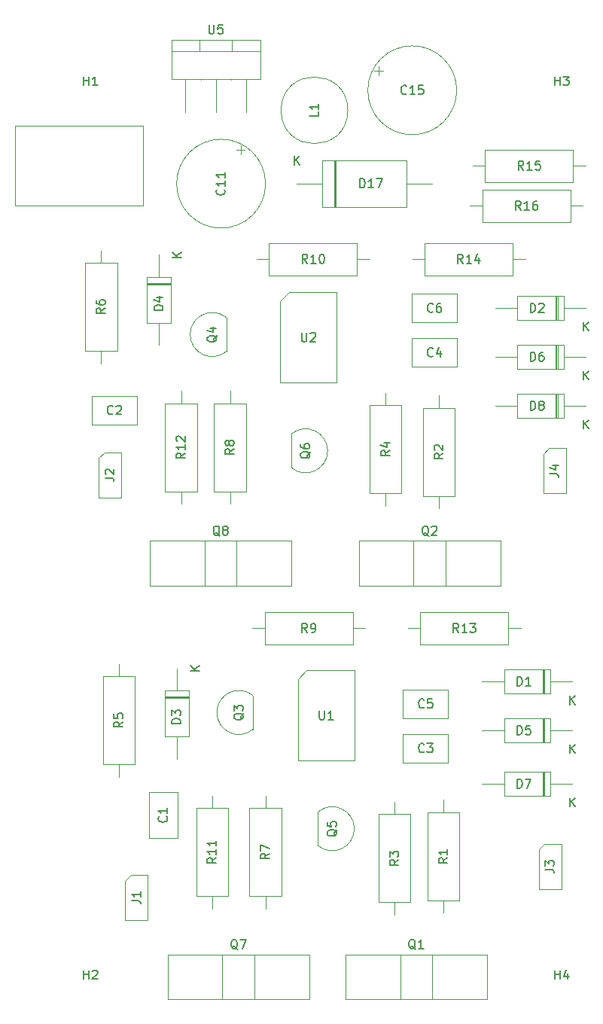
<source format=gbr>
%TF.GenerationSoftware,KiCad,Pcbnew,5.1.7-a382d34a8~88~ubuntu20.04.1*%
%TF.CreationDate,2021-03-10T12:52:40+00:00*%
%TF.ProjectId,spike_n_hold,7370696b-655f-46e5-9f68-6f6c642e6b69,rev?*%
%TF.SameCoordinates,Original*%
%TF.FileFunction,Other,Fab,Top*%
%FSLAX46Y46*%
G04 Gerber Fmt 4.6, Leading zero omitted, Abs format (unit mm)*
G04 Created by KiCad (PCBNEW 5.1.7-a382d34a8~88~ubuntu20.04.1) date 2021-03-10 12:52:40*
%MOMM*%
%LPD*%
G01*
G04 APERTURE LIST*
%ADD10C,0.100000*%
%ADD11C,0.150000*%
G04 APERTURE END LIST*
D10*
%TO.C,D4*%
X118350000Y-60160000D02*
X115650000Y-60160000D01*
X118350000Y-60360000D02*
X115650000Y-60360000D01*
X118350000Y-60260000D02*
X115650000Y-60260000D01*
X117000000Y-67160000D02*
X117000000Y-64680000D01*
X117000000Y-57000000D02*
X117000000Y-59480000D01*
X118350000Y-64680000D02*
X118350000Y-59480000D01*
X115650000Y-64680000D02*
X118350000Y-64680000D01*
X115650000Y-59480000D02*
X115650000Y-64680000D01*
X118350000Y-59480000D02*
X115650000Y-59480000D01*
%TO.C,C1*%
X119100000Y-122550000D02*
X119100000Y-117450000D01*
X115900000Y-122550000D02*
X119100000Y-122550000D01*
X115900000Y-117450000D02*
X115900000Y-122550000D01*
X119100000Y-117450000D02*
X115900000Y-117450000D01*
%TO.C,C2*%
X114550000Y-72900000D02*
X109450000Y-72900000D01*
X114550000Y-76100000D02*
X114550000Y-72900000D01*
X109450000Y-76100000D02*
X114550000Y-76100000D01*
X109450000Y-72900000D02*
X109450000Y-76100000D01*
%TO.C,C3*%
X149550000Y-114100000D02*
X149550000Y-110900000D01*
X149550000Y-110900000D02*
X144450000Y-110900000D01*
X144450000Y-110900000D02*
X144450000Y-114100000D01*
X144450000Y-114100000D02*
X149550000Y-114100000D01*
%TO.C,C4*%
X150550000Y-69600000D02*
X150550000Y-66400000D01*
X150550000Y-66400000D02*
X145450000Y-66400000D01*
X145450000Y-66400000D02*
X145450000Y-69600000D01*
X145450000Y-69600000D02*
X150550000Y-69600000D01*
%TO.C,C5*%
X149550000Y-105900000D02*
X144450000Y-105900000D01*
X149550000Y-109100000D02*
X149550000Y-105900000D01*
X144450000Y-109100000D02*
X149550000Y-109100000D01*
X144450000Y-105900000D02*
X144450000Y-109100000D01*
%TO.C,C6*%
X145450000Y-61400000D02*
X145450000Y-64600000D01*
X145450000Y-64600000D02*
X150550000Y-64600000D01*
X150550000Y-64600000D02*
X150550000Y-61400000D01*
X150550000Y-61400000D02*
X145450000Y-61400000D01*
%TO.C,C11*%
X129000000Y-49000000D02*
G75*
G03*
X129000000Y-49000000I-5000000J0D01*
G01*
X126187500Y-44711139D02*
X126187500Y-45711139D01*
X126687500Y-45211139D02*
X125687500Y-45211139D01*
%TO.C,C15*%
X141711139Y-35812500D02*
X141711139Y-36812500D01*
X141211139Y-36312500D02*
X142211139Y-36312500D01*
X150500000Y-38500000D02*
G75*
G03*
X150500000Y-38500000I-5000000J0D01*
G01*
%TO.C,D1*%
X161020000Y-106350000D02*
X161020000Y-103650000D01*
X161020000Y-103650000D02*
X155820000Y-103650000D01*
X155820000Y-103650000D02*
X155820000Y-106350000D01*
X155820000Y-106350000D02*
X161020000Y-106350000D01*
X163500000Y-105000000D02*
X161020000Y-105000000D01*
X153340000Y-105000000D02*
X155820000Y-105000000D01*
X160240000Y-106350000D02*
X160240000Y-103650000D01*
X160140000Y-106350000D02*
X160140000Y-103650000D01*
X160340000Y-106350000D02*
X160340000Y-103650000D01*
%TO.C,D2*%
X161840000Y-64350000D02*
X161840000Y-61650000D01*
X161640000Y-64350000D02*
X161640000Y-61650000D01*
X161740000Y-64350000D02*
X161740000Y-61650000D01*
X154840000Y-63000000D02*
X157320000Y-63000000D01*
X165000000Y-63000000D02*
X162520000Y-63000000D01*
X157320000Y-64350000D02*
X162520000Y-64350000D01*
X157320000Y-61650000D02*
X157320000Y-64350000D01*
X162520000Y-61650000D02*
X157320000Y-61650000D01*
X162520000Y-64350000D02*
X162520000Y-61650000D01*
%TO.C,D3*%
X120350000Y-105980000D02*
X117650000Y-105980000D01*
X117650000Y-105980000D02*
X117650000Y-111180000D01*
X117650000Y-111180000D02*
X120350000Y-111180000D01*
X120350000Y-111180000D02*
X120350000Y-105980000D01*
X119000000Y-103500000D02*
X119000000Y-105980000D01*
X119000000Y-113660000D02*
X119000000Y-111180000D01*
X120350000Y-106760000D02*
X117650000Y-106760000D01*
X120350000Y-106860000D02*
X117650000Y-106860000D01*
X120350000Y-106660000D02*
X117650000Y-106660000D01*
%TO.C,D5*%
X161020000Y-111850000D02*
X161020000Y-109150000D01*
X161020000Y-109150000D02*
X155820000Y-109150000D01*
X155820000Y-109150000D02*
X155820000Y-111850000D01*
X155820000Y-111850000D02*
X161020000Y-111850000D01*
X163500000Y-110500000D02*
X161020000Y-110500000D01*
X153340000Y-110500000D02*
X155820000Y-110500000D01*
X160240000Y-111850000D02*
X160240000Y-109150000D01*
X160140000Y-111850000D02*
X160140000Y-109150000D01*
X160340000Y-111850000D02*
X160340000Y-109150000D01*
%TO.C,D6*%
X162520000Y-69850000D02*
X162520000Y-67150000D01*
X162520000Y-67150000D02*
X157320000Y-67150000D01*
X157320000Y-67150000D02*
X157320000Y-69850000D01*
X157320000Y-69850000D02*
X162520000Y-69850000D01*
X165000000Y-68500000D02*
X162520000Y-68500000D01*
X154840000Y-68500000D02*
X157320000Y-68500000D01*
X161740000Y-69850000D02*
X161740000Y-67150000D01*
X161640000Y-69850000D02*
X161640000Y-67150000D01*
X161840000Y-69850000D02*
X161840000Y-67150000D01*
%TO.C,D7*%
X160340000Y-117850000D02*
X160340000Y-115150000D01*
X160140000Y-117850000D02*
X160140000Y-115150000D01*
X160240000Y-117850000D02*
X160240000Y-115150000D01*
X153340000Y-116500000D02*
X155820000Y-116500000D01*
X163500000Y-116500000D02*
X161020000Y-116500000D01*
X155820000Y-117850000D02*
X161020000Y-117850000D01*
X155820000Y-115150000D02*
X155820000Y-117850000D01*
X161020000Y-115150000D02*
X155820000Y-115150000D01*
X161020000Y-117850000D02*
X161020000Y-115150000D01*
%TO.C,D8*%
X162520000Y-75350000D02*
X162520000Y-72650000D01*
X162520000Y-72650000D02*
X157320000Y-72650000D01*
X157320000Y-72650000D02*
X157320000Y-75350000D01*
X157320000Y-75350000D02*
X162520000Y-75350000D01*
X165000000Y-74000000D02*
X162520000Y-74000000D01*
X154840000Y-74000000D02*
X157320000Y-74000000D01*
X161740000Y-75350000D02*
X161740000Y-72650000D01*
X161640000Y-75350000D02*
X161640000Y-72650000D01*
X161840000Y-75350000D02*
X161840000Y-72650000D01*
%TO.C,D17*%
X136695000Y-46400000D02*
X136695000Y-51600000D01*
X136895000Y-46400000D02*
X136895000Y-51600000D01*
X136795000Y-46400000D02*
X136795000Y-51600000D01*
X147740000Y-49000000D02*
X144870000Y-49000000D01*
X132500000Y-49000000D02*
X135370000Y-49000000D01*
X144870000Y-46400000D02*
X135370000Y-46400000D01*
X144870000Y-51600000D02*
X144870000Y-46400000D01*
X135370000Y-51600000D02*
X144870000Y-51600000D01*
X135370000Y-46400000D02*
X135370000Y-51600000D01*
%TO.C,J1*%
X113230000Y-127365000D02*
X113865000Y-126730000D01*
X113230000Y-131810000D02*
X113230000Y-127365000D01*
X115770000Y-131810000D02*
X113230000Y-131810000D01*
X115770000Y-126730000D02*
X115770000Y-131810000D01*
X113865000Y-126730000D02*
X115770000Y-126730000D01*
%TO.C,J2*%
X110230000Y-79865000D02*
X110865000Y-79230000D01*
X110230000Y-84310000D02*
X110230000Y-79865000D01*
X112770000Y-84310000D02*
X110230000Y-84310000D01*
X112770000Y-79230000D02*
X112770000Y-84310000D01*
X110865000Y-79230000D02*
X112770000Y-79230000D01*
%TO.C,J3*%
X159730000Y-123865000D02*
X160365000Y-123230000D01*
X159730000Y-128310000D02*
X159730000Y-123865000D01*
X162270000Y-128310000D02*
X159730000Y-128310000D01*
X162270000Y-123230000D02*
X162270000Y-128310000D01*
X160365000Y-123230000D02*
X162270000Y-123230000D01*
%TO.C,J4*%
X160865000Y-78730000D02*
X162770000Y-78730000D01*
X162770000Y-78730000D02*
X162770000Y-83810000D01*
X162770000Y-83810000D02*
X160230000Y-83810000D01*
X160230000Y-83810000D02*
X160230000Y-79365000D01*
X160230000Y-79365000D02*
X160865000Y-78730000D01*
%TO.C,J9*%
X115200000Y-51500000D02*
X115200000Y-42500000D01*
X115200000Y-51500000D02*
X100800000Y-51500000D01*
X115200000Y-42500000D02*
X100800000Y-42500000D01*
X100800000Y-51500000D02*
X100800000Y-42500000D01*
%TO.C,L1*%
X138250000Y-40750000D02*
G75*
G03*
X138250000Y-40750000I-3750000J0D01*
G01*
%TO.C,Q1*%
X138000000Y-135670000D02*
X138000000Y-140700000D01*
X138000000Y-140700000D02*
X153900000Y-140700000D01*
X153900000Y-140700000D02*
X153900000Y-135670000D01*
X153900000Y-135670000D02*
X138000000Y-135670000D01*
X144145000Y-135670000D02*
X144145000Y-140700000D01*
X147755000Y-135670000D02*
X147755000Y-140700000D01*
%TO.C,Q2*%
X149255000Y-89170000D02*
X149255000Y-94200000D01*
X145645000Y-89170000D02*
X145645000Y-94200000D01*
X155400000Y-89170000D02*
X139500000Y-89170000D01*
X155400000Y-94200000D02*
X155400000Y-89170000D01*
X139500000Y-94200000D02*
X155400000Y-94200000D01*
X139500000Y-89170000D02*
X139500000Y-94200000D01*
%TO.C,Q7*%
X118000000Y-135670000D02*
X118000000Y-140700000D01*
X118000000Y-140700000D02*
X133900000Y-140700000D01*
X133900000Y-140700000D02*
X133900000Y-135670000D01*
X133900000Y-135670000D02*
X118000000Y-135670000D01*
X124145000Y-135670000D02*
X124145000Y-140700000D01*
X127755000Y-135670000D02*
X127755000Y-140700000D01*
%TO.C,Q8*%
X116000000Y-89170000D02*
X116000000Y-94200000D01*
X116000000Y-94200000D02*
X131900000Y-94200000D01*
X131900000Y-94200000D02*
X131900000Y-89170000D01*
X131900000Y-89170000D02*
X116000000Y-89170000D01*
X122145000Y-89170000D02*
X122145000Y-94200000D01*
X125755000Y-89170000D02*
X125755000Y-94200000D01*
%TO.C,R1*%
X149000000Y-118300000D02*
X149000000Y-119700000D01*
X149000000Y-131000000D02*
X149000000Y-129600000D01*
X147200000Y-119700000D02*
X147200000Y-129600000D01*
X150800000Y-119700000D02*
X147200000Y-119700000D01*
X150800000Y-129600000D02*
X150800000Y-119700000D01*
X147200000Y-129600000D02*
X150800000Y-129600000D01*
%TO.C,R2*%
X146700000Y-84100000D02*
X150300000Y-84100000D01*
X150300000Y-84100000D02*
X150300000Y-74200000D01*
X150300000Y-74200000D02*
X146700000Y-74200000D01*
X146700000Y-74200000D02*
X146700000Y-84100000D01*
X148500000Y-85500000D02*
X148500000Y-84100000D01*
X148500000Y-72800000D02*
X148500000Y-74200000D01*
%TO.C,R3*%
X145300000Y-119900000D02*
X141700000Y-119900000D01*
X141700000Y-119900000D02*
X141700000Y-129800000D01*
X141700000Y-129800000D02*
X145300000Y-129800000D01*
X145300000Y-129800000D02*
X145300000Y-119900000D01*
X143500000Y-118500000D02*
X143500000Y-119900000D01*
X143500000Y-131200000D02*
X143500000Y-129800000D01*
%TO.C,R4*%
X142500000Y-85200000D02*
X142500000Y-83800000D01*
X142500000Y-72500000D02*
X142500000Y-73900000D01*
X144300000Y-83800000D02*
X144300000Y-73900000D01*
X140700000Y-83800000D02*
X144300000Y-83800000D01*
X140700000Y-73900000D02*
X140700000Y-83800000D01*
X144300000Y-73900000D02*
X140700000Y-73900000D01*
%TO.C,R5*%
X114300000Y-104400000D02*
X110700000Y-104400000D01*
X110700000Y-104400000D02*
X110700000Y-114300000D01*
X110700000Y-114300000D02*
X114300000Y-114300000D01*
X114300000Y-114300000D02*
X114300000Y-104400000D01*
X112500000Y-103000000D02*
X112500000Y-104400000D01*
X112500000Y-115700000D02*
X112500000Y-114300000D01*
%TO.C,R6*%
X110500000Y-69200000D02*
X110500000Y-67800000D01*
X110500000Y-56500000D02*
X110500000Y-57900000D01*
X112300000Y-67800000D02*
X112300000Y-57900000D01*
X108700000Y-67800000D02*
X112300000Y-67800000D01*
X108700000Y-57900000D02*
X108700000Y-67800000D01*
X112300000Y-57900000D02*
X108700000Y-57900000D01*
%TO.C,R7*%
X127200000Y-129100000D02*
X130800000Y-129100000D01*
X130800000Y-129100000D02*
X130800000Y-119200000D01*
X130800000Y-119200000D02*
X127200000Y-119200000D01*
X127200000Y-119200000D02*
X127200000Y-129100000D01*
X129000000Y-130500000D02*
X129000000Y-129100000D01*
X129000000Y-117800000D02*
X129000000Y-119200000D01*
%TO.C,R8*%
X125000000Y-72300000D02*
X125000000Y-73700000D01*
X125000000Y-85000000D02*
X125000000Y-83600000D01*
X123200000Y-73700000D02*
X123200000Y-83600000D01*
X126800000Y-73700000D02*
X123200000Y-73700000D01*
X126800000Y-83600000D02*
X126800000Y-73700000D01*
X123200000Y-83600000D02*
X126800000Y-83600000D01*
%TO.C,R9*%
X140200000Y-99000000D02*
X138800000Y-99000000D01*
X127500000Y-99000000D02*
X128900000Y-99000000D01*
X138800000Y-97200000D02*
X128900000Y-97200000D01*
X138800000Y-100800000D02*
X138800000Y-97200000D01*
X128900000Y-100800000D02*
X138800000Y-100800000D01*
X128900000Y-97200000D02*
X128900000Y-100800000D01*
%TO.C,R10*%
X129400000Y-55700000D02*
X129400000Y-59300000D01*
X129400000Y-59300000D02*
X139300000Y-59300000D01*
X139300000Y-59300000D02*
X139300000Y-55700000D01*
X139300000Y-55700000D02*
X129400000Y-55700000D01*
X128000000Y-57500000D02*
X129400000Y-57500000D01*
X140700000Y-57500000D02*
X139300000Y-57500000D01*
%TO.C,R11*%
X123000000Y-117800000D02*
X123000000Y-119200000D01*
X123000000Y-130500000D02*
X123000000Y-129100000D01*
X121200000Y-119200000D02*
X121200000Y-129100000D01*
X124800000Y-119200000D02*
X121200000Y-119200000D01*
X124800000Y-129100000D02*
X124800000Y-119200000D01*
X121200000Y-129100000D02*
X124800000Y-129100000D01*
%TO.C,R12*%
X117700000Y-83600000D02*
X121300000Y-83600000D01*
X121300000Y-83600000D02*
X121300000Y-73700000D01*
X121300000Y-73700000D02*
X117700000Y-73700000D01*
X117700000Y-73700000D02*
X117700000Y-83600000D01*
X119500000Y-85000000D02*
X119500000Y-83600000D01*
X119500000Y-72300000D02*
X119500000Y-73700000D01*
%TO.C,R13*%
X146400000Y-97200000D02*
X146400000Y-100800000D01*
X146400000Y-100800000D02*
X156300000Y-100800000D01*
X156300000Y-100800000D02*
X156300000Y-97200000D01*
X156300000Y-97200000D02*
X146400000Y-97200000D01*
X145000000Y-99000000D02*
X146400000Y-99000000D01*
X157700000Y-99000000D02*
X156300000Y-99000000D01*
%TO.C,R14*%
X158200000Y-57500000D02*
X156800000Y-57500000D01*
X145500000Y-57500000D02*
X146900000Y-57500000D01*
X156800000Y-55700000D02*
X146900000Y-55700000D01*
X156800000Y-59300000D02*
X156800000Y-55700000D01*
X146900000Y-59300000D02*
X156800000Y-59300000D01*
X146900000Y-55700000D02*
X146900000Y-59300000D01*
%TO.C,U1*%
X132635000Y-104730000D02*
X133635000Y-103730000D01*
X132635000Y-113890000D02*
X132635000Y-104730000D01*
X138985000Y-113890000D02*
X132635000Y-113890000D01*
X138985000Y-103730000D02*
X138985000Y-113890000D01*
X133635000Y-103730000D02*
X138985000Y-103730000D01*
%TO.C,U2*%
X130635000Y-62230000D02*
X131635000Y-61230000D01*
X130635000Y-71390000D02*
X130635000Y-62230000D01*
X136985000Y-71390000D02*
X130635000Y-71390000D01*
X136985000Y-61230000D02*
X136985000Y-71390000D01*
X131635000Y-61230000D02*
X136985000Y-61230000D01*
%TO.C,Q3*%
X127600000Y-110350000D02*
X127600000Y-106600000D01*
X127592547Y-106558897D02*
G75*
G03*
X123520000Y-108460000I-1592547J-1901103D01*
G01*
X127602385Y-110352818D02*
G75*
G02*
X123520000Y-108460000I-1602385J1892818D01*
G01*
%TO.C,Q4*%
X124600000Y-67850000D02*
X124600000Y-64100000D01*
X124602385Y-67852818D02*
G75*
G02*
X120520000Y-65960000I-1602385J1892818D01*
G01*
X124592547Y-64058897D02*
G75*
G03*
X120520000Y-65960000I-1592547J-1901103D01*
G01*
%TO.C,Q5*%
X134900000Y-119650000D02*
X134900000Y-123400000D01*
X134897615Y-119647182D02*
G75*
G02*
X138980000Y-121540000I1602385J-1892818D01*
G01*
X134907453Y-123441103D02*
G75*
G03*
X138980000Y-121540000I1592547J1901103D01*
G01*
%TO.C,Q6*%
X131900000Y-77150000D02*
X131900000Y-80900000D01*
X131897615Y-77147182D02*
G75*
G02*
X135980000Y-79040000I1602385J-1892818D01*
G01*
X131907453Y-80941103D02*
G75*
G03*
X135980000Y-79040000I1592547J1901103D01*
G01*
%TO.C,R15*%
X163600000Y-48800000D02*
X163600000Y-45200000D01*
X163600000Y-45200000D02*
X153700000Y-45200000D01*
X153700000Y-45200000D02*
X153700000Y-48800000D01*
X153700000Y-48800000D02*
X163600000Y-48800000D01*
X165000000Y-47000000D02*
X163600000Y-47000000D01*
X152300000Y-47000000D02*
X153700000Y-47000000D01*
%TO.C,R16*%
X164700000Y-51500000D02*
X163300000Y-51500000D01*
X152000000Y-51500000D02*
X153400000Y-51500000D01*
X163300000Y-49700000D02*
X153400000Y-49700000D01*
X163300000Y-53300000D02*
X163300000Y-49700000D01*
X153400000Y-53300000D02*
X163300000Y-53300000D01*
X153400000Y-49700000D02*
X153400000Y-53300000D01*
%TO.C,U5*%
X126800000Y-37200000D02*
X126800000Y-41000000D01*
X125100000Y-37200000D02*
X125100000Y-37300000D01*
X123400000Y-37200000D02*
X123400000Y-41000000D01*
X121700000Y-37200000D02*
X121700000Y-37300000D01*
X120000000Y-37200000D02*
X120000000Y-41000000D01*
X125250000Y-32800000D02*
X125250000Y-34070000D01*
X121550000Y-32800000D02*
X121550000Y-34070000D01*
X118400000Y-34070000D02*
X128400000Y-34070000D01*
X128400000Y-32800000D02*
X118400000Y-32800000D01*
X128400000Y-37200000D02*
X128400000Y-32800000D01*
X118400000Y-37200000D02*
X128400000Y-37200000D01*
X118400000Y-32800000D02*
X118400000Y-37200000D01*
%TD*%
%TO.C,H3*%
D11*
X161538095Y-37952380D02*
X161538095Y-36952380D01*
X161538095Y-37428571D02*
X162109523Y-37428571D01*
X162109523Y-37952380D02*
X162109523Y-36952380D01*
X162490476Y-36952380D02*
X163109523Y-36952380D01*
X162776190Y-37333333D01*
X162919047Y-37333333D01*
X163014285Y-37380952D01*
X163061904Y-37428571D01*
X163109523Y-37523809D01*
X163109523Y-37761904D01*
X163061904Y-37857142D01*
X163014285Y-37904761D01*
X162919047Y-37952380D01*
X162633333Y-37952380D01*
X162538095Y-37904761D01*
X162490476Y-37857142D01*
%TO.C,D4*%
X117452380Y-63208095D02*
X116452380Y-63208095D01*
X116452380Y-62970000D01*
X116500000Y-62827142D01*
X116595238Y-62731904D01*
X116690476Y-62684285D01*
X116880952Y-62636666D01*
X117023809Y-62636666D01*
X117214285Y-62684285D01*
X117309523Y-62731904D01*
X117404761Y-62827142D01*
X117452380Y-62970000D01*
X117452380Y-63208095D01*
X116785714Y-61779523D02*
X117452380Y-61779523D01*
X116404761Y-62017619D02*
X117119047Y-62255714D01*
X117119047Y-61636666D01*
X119552380Y-57261904D02*
X118552380Y-57261904D01*
X119552380Y-56690476D02*
X118980952Y-57119047D01*
X118552380Y-56690476D02*
X119123809Y-57261904D01*
%TO.C,C1*%
X117857142Y-120166666D02*
X117904761Y-120214285D01*
X117952380Y-120357142D01*
X117952380Y-120452380D01*
X117904761Y-120595238D01*
X117809523Y-120690476D01*
X117714285Y-120738095D01*
X117523809Y-120785714D01*
X117380952Y-120785714D01*
X117190476Y-120738095D01*
X117095238Y-120690476D01*
X117000000Y-120595238D01*
X116952380Y-120452380D01*
X116952380Y-120357142D01*
X117000000Y-120214285D01*
X117047619Y-120166666D01*
X117952380Y-119214285D02*
X117952380Y-119785714D01*
X117952380Y-119500000D02*
X116952380Y-119500000D01*
X117095238Y-119595238D01*
X117190476Y-119690476D01*
X117238095Y-119785714D01*
%TO.C,C2*%
X111833333Y-74857142D02*
X111785714Y-74904761D01*
X111642857Y-74952380D01*
X111547619Y-74952380D01*
X111404761Y-74904761D01*
X111309523Y-74809523D01*
X111261904Y-74714285D01*
X111214285Y-74523809D01*
X111214285Y-74380952D01*
X111261904Y-74190476D01*
X111309523Y-74095238D01*
X111404761Y-74000000D01*
X111547619Y-73952380D01*
X111642857Y-73952380D01*
X111785714Y-74000000D01*
X111833333Y-74047619D01*
X112214285Y-74047619D02*
X112261904Y-74000000D01*
X112357142Y-73952380D01*
X112595238Y-73952380D01*
X112690476Y-74000000D01*
X112738095Y-74047619D01*
X112785714Y-74142857D01*
X112785714Y-74238095D01*
X112738095Y-74380952D01*
X112166666Y-74952380D01*
X112785714Y-74952380D01*
%TO.C,C3*%
X146833333Y-112857142D02*
X146785714Y-112904761D01*
X146642857Y-112952380D01*
X146547619Y-112952380D01*
X146404761Y-112904761D01*
X146309523Y-112809523D01*
X146261904Y-112714285D01*
X146214285Y-112523809D01*
X146214285Y-112380952D01*
X146261904Y-112190476D01*
X146309523Y-112095238D01*
X146404761Y-112000000D01*
X146547619Y-111952380D01*
X146642857Y-111952380D01*
X146785714Y-112000000D01*
X146833333Y-112047619D01*
X147166666Y-111952380D02*
X147785714Y-111952380D01*
X147452380Y-112333333D01*
X147595238Y-112333333D01*
X147690476Y-112380952D01*
X147738095Y-112428571D01*
X147785714Y-112523809D01*
X147785714Y-112761904D01*
X147738095Y-112857142D01*
X147690476Y-112904761D01*
X147595238Y-112952380D01*
X147309523Y-112952380D01*
X147214285Y-112904761D01*
X147166666Y-112857142D01*
%TO.C,C4*%
X147833333Y-68357142D02*
X147785714Y-68404761D01*
X147642857Y-68452380D01*
X147547619Y-68452380D01*
X147404761Y-68404761D01*
X147309523Y-68309523D01*
X147261904Y-68214285D01*
X147214285Y-68023809D01*
X147214285Y-67880952D01*
X147261904Y-67690476D01*
X147309523Y-67595238D01*
X147404761Y-67500000D01*
X147547619Y-67452380D01*
X147642857Y-67452380D01*
X147785714Y-67500000D01*
X147833333Y-67547619D01*
X148690476Y-67785714D02*
X148690476Y-68452380D01*
X148452380Y-67404761D02*
X148214285Y-68119047D01*
X148833333Y-68119047D01*
%TO.C,C5*%
X146833333Y-107857142D02*
X146785714Y-107904761D01*
X146642857Y-107952380D01*
X146547619Y-107952380D01*
X146404761Y-107904761D01*
X146309523Y-107809523D01*
X146261904Y-107714285D01*
X146214285Y-107523809D01*
X146214285Y-107380952D01*
X146261904Y-107190476D01*
X146309523Y-107095238D01*
X146404761Y-107000000D01*
X146547619Y-106952380D01*
X146642857Y-106952380D01*
X146785714Y-107000000D01*
X146833333Y-107047619D01*
X147738095Y-106952380D02*
X147261904Y-106952380D01*
X147214285Y-107428571D01*
X147261904Y-107380952D01*
X147357142Y-107333333D01*
X147595238Y-107333333D01*
X147690476Y-107380952D01*
X147738095Y-107428571D01*
X147785714Y-107523809D01*
X147785714Y-107761904D01*
X147738095Y-107857142D01*
X147690476Y-107904761D01*
X147595238Y-107952380D01*
X147357142Y-107952380D01*
X147261904Y-107904761D01*
X147214285Y-107857142D01*
%TO.C,C6*%
X147833333Y-63357142D02*
X147785714Y-63404761D01*
X147642857Y-63452380D01*
X147547619Y-63452380D01*
X147404761Y-63404761D01*
X147309523Y-63309523D01*
X147261904Y-63214285D01*
X147214285Y-63023809D01*
X147214285Y-62880952D01*
X147261904Y-62690476D01*
X147309523Y-62595238D01*
X147404761Y-62500000D01*
X147547619Y-62452380D01*
X147642857Y-62452380D01*
X147785714Y-62500000D01*
X147833333Y-62547619D01*
X148690476Y-62452380D02*
X148500000Y-62452380D01*
X148404761Y-62500000D01*
X148357142Y-62547619D01*
X148261904Y-62690476D01*
X148214285Y-62880952D01*
X148214285Y-63261904D01*
X148261904Y-63357142D01*
X148309523Y-63404761D01*
X148404761Y-63452380D01*
X148595238Y-63452380D01*
X148690476Y-63404761D01*
X148738095Y-63357142D01*
X148785714Y-63261904D01*
X148785714Y-63023809D01*
X148738095Y-62928571D01*
X148690476Y-62880952D01*
X148595238Y-62833333D01*
X148404761Y-62833333D01*
X148309523Y-62880952D01*
X148261904Y-62928571D01*
X148214285Y-63023809D01*
%TO.C,C11*%
X124357142Y-49642857D02*
X124404761Y-49690476D01*
X124452380Y-49833333D01*
X124452380Y-49928571D01*
X124404761Y-50071428D01*
X124309523Y-50166666D01*
X124214285Y-50214285D01*
X124023809Y-50261904D01*
X123880952Y-50261904D01*
X123690476Y-50214285D01*
X123595238Y-50166666D01*
X123500000Y-50071428D01*
X123452380Y-49928571D01*
X123452380Y-49833333D01*
X123500000Y-49690476D01*
X123547619Y-49642857D01*
X124452380Y-48690476D02*
X124452380Y-49261904D01*
X124452380Y-48976190D02*
X123452380Y-48976190D01*
X123595238Y-49071428D01*
X123690476Y-49166666D01*
X123738095Y-49261904D01*
X124452380Y-47738095D02*
X124452380Y-48309523D01*
X124452380Y-48023809D02*
X123452380Y-48023809D01*
X123595238Y-48119047D01*
X123690476Y-48214285D01*
X123738095Y-48309523D01*
%TO.C,C15*%
X144857142Y-38857142D02*
X144809523Y-38904761D01*
X144666666Y-38952380D01*
X144571428Y-38952380D01*
X144428571Y-38904761D01*
X144333333Y-38809523D01*
X144285714Y-38714285D01*
X144238095Y-38523809D01*
X144238095Y-38380952D01*
X144285714Y-38190476D01*
X144333333Y-38095238D01*
X144428571Y-38000000D01*
X144571428Y-37952380D01*
X144666666Y-37952380D01*
X144809523Y-38000000D01*
X144857142Y-38047619D01*
X145809523Y-38952380D02*
X145238095Y-38952380D01*
X145523809Y-38952380D02*
X145523809Y-37952380D01*
X145428571Y-38095238D01*
X145333333Y-38190476D01*
X145238095Y-38238095D01*
X146714285Y-37952380D02*
X146238095Y-37952380D01*
X146190476Y-38428571D01*
X146238095Y-38380952D01*
X146333333Y-38333333D01*
X146571428Y-38333333D01*
X146666666Y-38380952D01*
X146714285Y-38428571D01*
X146761904Y-38523809D01*
X146761904Y-38761904D01*
X146714285Y-38857142D01*
X146666666Y-38904761D01*
X146571428Y-38952380D01*
X146333333Y-38952380D01*
X146238095Y-38904761D01*
X146190476Y-38857142D01*
%TO.C,D1*%
X163238095Y-107552380D02*
X163238095Y-106552380D01*
X163809523Y-107552380D02*
X163380952Y-106980952D01*
X163809523Y-106552380D02*
X163238095Y-107123809D01*
X157291904Y-105452380D02*
X157291904Y-104452380D01*
X157530000Y-104452380D01*
X157672857Y-104500000D01*
X157768095Y-104595238D01*
X157815714Y-104690476D01*
X157863333Y-104880952D01*
X157863333Y-105023809D01*
X157815714Y-105214285D01*
X157768095Y-105309523D01*
X157672857Y-105404761D01*
X157530000Y-105452380D01*
X157291904Y-105452380D01*
X158815714Y-105452380D02*
X158244285Y-105452380D01*
X158530000Y-105452380D02*
X158530000Y-104452380D01*
X158434761Y-104595238D01*
X158339523Y-104690476D01*
X158244285Y-104738095D01*
%TO.C,D2*%
X158791904Y-63452380D02*
X158791904Y-62452380D01*
X159030000Y-62452380D01*
X159172857Y-62500000D01*
X159268095Y-62595238D01*
X159315714Y-62690476D01*
X159363333Y-62880952D01*
X159363333Y-63023809D01*
X159315714Y-63214285D01*
X159268095Y-63309523D01*
X159172857Y-63404761D01*
X159030000Y-63452380D01*
X158791904Y-63452380D01*
X159744285Y-62547619D02*
X159791904Y-62500000D01*
X159887142Y-62452380D01*
X160125238Y-62452380D01*
X160220476Y-62500000D01*
X160268095Y-62547619D01*
X160315714Y-62642857D01*
X160315714Y-62738095D01*
X160268095Y-62880952D01*
X159696666Y-63452380D01*
X160315714Y-63452380D01*
X164738095Y-65552380D02*
X164738095Y-64552380D01*
X165309523Y-65552380D02*
X164880952Y-64980952D01*
X165309523Y-64552380D02*
X164738095Y-65123809D01*
%TO.C,D3*%
X121552380Y-103761904D02*
X120552380Y-103761904D01*
X121552380Y-103190476D02*
X120980952Y-103619047D01*
X120552380Y-103190476D02*
X121123809Y-103761904D01*
X119452380Y-109708095D02*
X118452380Y-109708095D01*
X118452380Y-109470000D01*
X118500000Y-109327142D01*
X118595238Y-109231904D01*
X118690476Y-109184285D01*
X118880952Y-109136666D01*
X119023809Y-109136666D01*
X119214285Y-109184285D01*
X119309523Y-109231904D01*
X119404761Y-109327142D01*
X119452380Y-109470000D01*
X119452380Y-109708095D01*
X118452380Y-108803333D02*
X118452380Y-108184285D01*
X118833333Y-108517619D01*
X118833333Y-108374761D01*
X118880952Y-108279523D01*
X118928571Y-108231904D01*
X119023809Y-108184285D01*
X119261904Y-108184285D01*
X119357142Y-108231904D01*
X119404761Y-108279523D01*
X119452380Y-108374761D01*
X119452380Y-108660476D01*
X119404761Y-108755714D01*
X119357142Y-108803333D01*
%TO.C,D5*%
X163238095Y-113052380D02*
X163238095Y-112052380D01*
X163809523Y-113052380D02*
X163380952Y-112480952D01*
X163809523Y-112052380D02*
X163238095Y-112623809D01*
X157291904Y-110952380D02*
X157291904Y-109952380D01*
X157530000Y-109952380D01*
X157672857Y-110000000D01*
X157768095Y-110095238D01*
X157815714Y-110190476D01*
X157863333Y-110380952D01*
X157863333Y-110523809D01*
X157815714Y-110714285D01*
X157768095Y-110809523D01*
X157672857Y-110904761D01*
X157530000Y-110952380D01*
X157291904Y-110952380D01*
X158768095Y-109952380D02*
X158291904Y-109952380D01*
X158244285Y-110428571D01*
X158291904Y-110380952D01*
X158387142Y-110333333D01*
X158625238Y-110333333D01*
X158720476Y-110380952D01*
X158768095Y-110428571D01*
X158815714Y-110523809D01*
X158815714Y-110761904D01*
X158768095Y-110857142D01*
X158720476Y-110904761D01*
X158625238Y-110952380D01*
X158387142Y-110952380D01*
X158291904Y-110904761D01*
X158244285Y-110857142D01*
%TO.C,D6*%
X164738095Y-71052380D02*
X164738095Y-70052380D01*
X165309523Y-71052380D02*
X164880952Y-70480952D01*
X165309523Y-70052380D02*
X164738095Y-70623809D01*
X158791904Y-68952380D02*
X158791904Y-67952380D01*
X159030000Y-67952380D01*
X159172857Y-68000000D01*
X159268095Y-68095238D01*
X159315714Y-68190476D01*
X159363333Y-68380952D01*
X159363333Y-68523809D01*
X159315714Y-68714285D01*
X159268095Y-68809523D01*
X159172857Y-68904761D01*
X159030000Y-68952380D01*
X158791904Y-68952380D01*
X160220476Y-67952380D02*
X160030000Y-67952380D01*
X159934761Y-68000000D01*
X159887142Y-68047619D01*
X159791904Y-68190476D01*
X159744285Y-68380952D01*
X159744285Y-68761904D01*
X159791904Y-68857142D01*
X159839523Y-68904761D01*
X159934761Y-68952380D01*
X160125238Y-68952380D01*
X160220476Y-68904761D01*
X160268095Y-68857142D01*
X160315714Y-68761904D01*
X160315714Y-68523809D01*
X160268095Y-68428571D01*
X160220476Y-68380952D01*
X160125238Y-68333333D01*
X159934761Y-68333333D01*
X159839523Y-68380952D01*
X159791904Y-68428571D01*
X159744285Y-68523809D01*
%TO.C,D7*%
X157291904Y-116952380D02*
X157291904Y-115952380D01*
X157530000Y-115952380D01*
X157672857Y-116000000D01*
X157768095Y-116095238D01*
X157815714Y-116190476D01*
X157863333Y-116380952D01*
X157863333Y-116523809D01*
X157815714Y-116714285D01*
X157768095Y-116809523D01*
X157672857Y-116904761D01*
X157530000Y-116952380D01*
X157291904Y-116952380D01*
X158196666Y-115952380D02*
X158863333Y-115952380D01*
X158434761Y-116952380D01*
X163238095Y-119052380D02*
X163238095Y-118052380D01*
X163809523Y-119052380D02*
X163380952Y-118480952D01*
X163809523Y-118052380D02*
X163238095Y-118623809D01*
%TO.C,D8*%
X164738095Y-76552380D02*
X164738095Y-75552380D01*
X165309523Y-76552380D02*
X164880952Y-75980952D01*
X165309523Y-75552380D02*
X164738095Y-76123809D01*
X158791904Y-74452380D02*
X158791904Y-73452380D01*
X159030000Y-73452380D01*
X159172857Y-73500000D01*
X159268095Y-73595238D01*
X159315714Y-73690476D01*
X159363333Y-73880952D01*
X159363333Y-74023809D01*
X159315714Y-74214285D01*
X159268095Y-74309523D01*
X159172857Y-74404761D01*
X159030000Y-74452380D01*
X158791904Y-74452380D01*
X159934761Y-73880952D02*
X159839523Y-73833333D01*
X159791904Y-73785714D01*
X159744285Y-73690476D01*
X159744285Y-73642857D01*
X159791904Y-73547619D01*
X159839523Y-73500000D01*
X159934761Y-73452380D01*
X160125238Y-73452380D01*
X160220476Y-73500000D01*
X160268095Y-73547619D01*
X160315714Y-73642857D01*
X160315714Y-73690476D01*
X160268095Y-73785714D01*
X160220476Y-73833333D01*
X160125238Y-73880952D01*
X159934761Y-73880952D01*
X159839523Y-73928571D01*
X159791904Y-73976190D01*
X159744285Y-74071428D01*
X159744285Y-74261904D01*
X159791904Y-74357142D01*
X159839523Y-74404761D01*
X159934761Y-74452380D01*
X160125238Y-74452380D01*
X160220476Y-74404761D01*
X160268095Y-74357142D01*
X160315714Y-74261904D01*
X160315714Y-74071428D01*
X160268095Y-73976190D01*
X160220476Y-73928571D01*
X160125238Y-73880952D01*
%TO.C,D17*%
X139618214Y-49452380D02*
X139618214Y-48452380D01*
X139856309Y-48452380D01*
X139999166Y-48500000D01*
X140094404Y-48595238D01*
X140142023Y-48690476D01*
X140189642Y-48880952D01*
X140189642Y-49023809D01*
X140142023Y-49214285D01*
X140094404Y-49309523D01*
X139999166Y-49404761D01*
X139856309Y-49452380D01*
X139618214Y-49452380D01*
X141142023Y-49452380D02*
X140570595Y-49452380D01*
X140856309Y-49452380D02*
X140856309Y-48452380D01*
X140761071Y-48595238D01*
X140665833Y-48690476D01*
X140570595Y-48738095D01*
X141475357Y-48452380D02*
X142142023Y-48452380D01*
X141713452Y-49452380D01*
X132238095Y-46852380D02*
X132238095Y-45852380D01*
X132809523Y-46852380D02*
X132380952Y-46280952D01*
X132809523Y-45852380D02*
X132238095Y-46423809D01*
%TO.C,J1*%
X113952380Y-129603333D02*
X114666666Y-129603333D01*
X114809523Y-129650952D01*
X114904761Y-129746190D01*
X114952380Y-129889047D01*
X114952380Y-129984285D01*
X114952380Y-128603333D02*
X114952380Y-129174761D01*
X114952380Y-128889047D02*
X113952380Y-128889047D01*
X114095238Y-128984285D01*
X114190476Y-129079523D01*
X114238095Y-129174761D01*
%TO.C,J2*%
X110952380Y-82103333D02*
X111666666Y-82103333D01*
X111809523Y-82150952D01*
X111904761Y-82246190D01*
X111952380Y-82389047D01*
X111952380Y-82484285D01*
X111047619Y-81674761D02*
X111000000Y-81627142D01*
X110952380Y-81531904D01*
X110952380Y-81293809D01*
X111000000Y-81198571D01*
X111047619Y-81150952D01*
X111142857Y-81103333D01*
X111238095Y-81103333D01*
X111380952Y-81150952D01*
X111952380Y-81722380D01*
X111952380Y-81103333D01*
%TO.C,J3*%
X160452380Y-126103333D02*
X161166666Y-126103333D01*
X161309523Y-126150952D01*
X161404761Y-126246190D01*
X161452380Y-126389047D01*
X161452380Y-126484285D01*
X160452380Y-125722380D02*
X160452380Y-125103333D01*
X160833333Y-125436666D01*
X160833333Y-125293809D01*
X160880952Y-125198571D01*
X160928571Y-125150952D01*
X161023809Y-125103333D01*
X161261904Y-125103333D01*
X161357142Y-125150952D01*
X161404761Y-125198571D01*
X161452380Y-125293809D01*
X161452380Y-125579523D01*
X161404761Y-125674761D01*
X161357142Y-125722380D01*
%TO.C,J4*%
X160952380Y-81603333D02*
X161666666Y-81603333D01*
X161809523Y-81650952D01*
X161904761Y-81746190D01*
X161952380Y-81889047D01*
X161952380Y-81984285D01*
X161285714Y-80698571D02*
X161952380Y-80698571D01*
X160904761Y-80936666D02*
X161619047Y-81174761D01*
X161619047Y-80555714D01*
%TO.C,L1*%
X134952380Y-40916666D02*
X134952380Y-41392857D01*
X133952380Y-41392857D01*
X134952380Y-40059523D02*
X134952380Y-40630952D01*
X134952380Y-40345238D02*
X133952380Y-40345238D01*
X134095238Y-40440476D01*
X134190476Y-40535714D01*
X134238095Y-40630952D01*
%TO.C,Q1*%
X145854761Y-135097619D02*
X145759523Y-135050000D01*
X145664285Y-134954761D01*
X145521428Y-134811904D01*
X145426190Y-134764285D01*
X145330952Y-134764285D01*
X145378571Y-135002380D02*
X145283333Y-134954761D01*
X145188095Y-134859523D01*
X145140476Y-134669047D01*
X145140476Y-134335714D01*
X145188095Y-134145238D01*
X145283333Y-134050000D01*
X145378571Y-134002380D01*
X145569047Y-134002380D01*
X145664285Y-134050000D01*
X145759523Y-134145238D01*
X145807142Y-134335714D01*
X145807142Y-134669047D01*
X145759523Y-134859523D01*
X145664285Y-134954761D01*
X145569047Y-135002380D01*
X145378571Y-135002380D01*
X146759523Y-135002380D02*
X146188095Y-135002380D01*
X146473809Y-135002380D02*
X146473809Y-134002380D01*
X146378571Y-134145238D01*
X146283333Y-134240476D01*
X146188095Y-134288095D01*
%TO.C,Q2*%
X147354761Y-88597619D02*
X147259523Y-88550000D01*
X147164285Y-88454761D01*
X147021428Y-88311904D01*
X146926190Y-88264285D01*
X146830952Y-88264285D01*
X146878571Y-88502380D02*
X146783333Y-88454761D01*
X146688095Y-88359523D01*
X146640476Y-88169047D01*
X146640476Y-87835714D01*
X146688095Y-87645238D01*
X146783333Y-87550000D01*
X146878571Y-87502380D01*
X147069047Y-87502380D01*
X147164285Y-87550000D01*
X147259523Y-87645238D01*
X147307142Y-87835714D01*
X147307142Y-88169047D01*
X147259523Y-88359523D01*
X147164285Y-88454761D01*
X147069047Y-88502380D01*
X146878571Y-88502380D01*
X147688095Y-87597619D02*
X147735714Y-87550000D01*
X147830952Y-87502380D01*
X148069047Y-87502380D01*
X148164285Y-87550000D01*
X148211904Y-87597619D01*
X148259523Y-87692857D01*
X148259523Y-87788095D01*
X148211904Y-87930952D01*
X147640476Y-88502380D01*
X148259523Y-88502380D01*
%TO.C,Q7*%
X125854761Y-135097619D02*
X125759523Y-135050000D01*
X125664285Y-134954761D01*
X125521428Y-134811904D01*
X125426190Y-134764285D01*
X125330952Y-134764285D01*
X125378571Y-135002380D02*
X125283333Y-134954761D01*
X125188095Y-134859523D01*
X125140476Y-134669047D01*
X125140476Y-134335714D01*
X125188095Y-134145238D01*
X125283333Y-134050000D01*
X125378571Y-134002380D01*
X125569047Y-134002380D01*
X125664285Y-134050000D01*
X125759523Y-134145238D01*
X125807142Y-134335714D01*
X125807142Y-134669047D01*
X125759523Y-134859523D01*
X125664285Y-134954761D01*
X125569047Y-135002380D01*
X125378571Y-135002380D01*
X126140476Y-134002380D02*
X126807142Y-134002380D01*
X126378571Y-135002380D01*
%TO.C,Q8*%
X123854761Y-88597619D02*
X123759523Y-88550000D01*
X123664285Y-88454761D01*
X123521428Y-88311904D01*
X123426190Y-88264285D01*
X123330952Y-88264285D01*
X123378571Y-88502380D02*
X123283333Y-88454761D01*
X123188095Y-88359523D01*
X123140476Y-88169047D01*
X123140476Y-87835714D01*
X123188095Y-87645238D01*
X123283333Y-87550000D01*
X123378571Y-87502380D01*
X123569047Y-87502380D01*
X123664285Y-87550000D01*
X123759523Y-87645238D01*
X123807142Y-87835714D01*
X123807142Y-88169047D01*
X123759523Y-88359523D01*
X123664285Y-88454761D01*
X123569047Y-88502380D01*
X123378571Y-88502380D01*
X124378571Y-87930952D02*
X124283333Y-87883333D01*
X124235714Y-87835714D01*
X124188095Y-87740476D01*
X124188095Y-87692857D01*
X124235714Y-87597619D01*
X124283333Y-87550000D01*
X124378571Y-87502380D01*
X124569047Y-87502380D01*
X124664285Y-87550000D01*
X124711904Y-87597619D01*
X124759523Y-87692857D01*
X124759523Y-87740476D01*
X124711904Y-87835714D01*
X124664285Y-87883333D01*
X124569047Y-87930952D01*
X124378571Y-87930952D01*
X124283333Y-87978571D01*
X124235714Y-88026190D01*
X124188095Y-88121428D01*
X124188095Y-88311904D01*
X124235714Y-88407142D01*
X124283333Y-88454761D01*
X124378571Y-88502380D01*
X124569047Y-88502380D01*
X124664285Y-88454761D01*
X124711904Y-88407142D01*
X124759523Y-88311904D01*
X124759523Y-88121428D01*
X124711904Y-88026190D01*
X124664285Y-87978571D01*
X124569047Y-87930952D01*
%TO.C,R1*%
X149452380Y-124816666D02*
X148976190Y-125150000D01*
X149452380Y-125388095D02*
X148452380Y-125388095D01*
X148452380Y-125007142D01*
X148500000Y-124911904D01*
X148547619Y-124864285D01*
X148642857Y-124816666D01*
X148785714Y-124816666D01*
X148880952Y-124864285D01*
X148928571Y-124911904D01*
X148976190Y-125007142D01*
X148976190Y-125388095D01*
X149452380Y-123864285D02*
X149452380Y-124435714D01*
X149452380Y-124150000D02*
X148452380Y-124150000D01*
X148595238Y-124245238D01*
X148690476Y-124340476D01*
X148738095Y-124435714D01*
%TO.C,R2*%
X148952380Y-79316666D02*
X148476190Y-79650000D01*
X148952380Y-79888095D02*
X147952380Y-79888095D01*
X147952380Y-79507142D01*
X148000000Y-79411904D01*
X148047619Y-79364285D01*
X148142857Y-79316666D01*
X148285714Y-79316666D01*
X148380952Y-79364285D01*
X148428571Y-79411904D01*
X148476190Y-79507142D01*
X148476190Y-79888095D01*
X148047619Y-78935714D02*
X148000000Y-78888095D01*
X147952380Y-78792857D01*
X147952380Y-78554761D01*
X148000000Y-78459523D01*
X148047619Y-78411904D01*
X148142857Y-78364285D01*
X148238095Y-78364285D01*
X148380952Y-78411904D01*
X148952380Y-78983333D01*
X148952380Y-78364285D01*
%TO.C,R3*%
X143952380Y-125016666D02*
X143476190Y-125350000D01*
X143952380Y-125588095D02*
X142952380Y-125588095D01*
X142952380Y-125207142D01*
X143000000Y-125111904D01*
X143047619Y-125064285D01*
X143142857Y-125016666D01*
X143285714Y-125016666D01*
X143380952Y-125064285D01*
X143428571Y-125111904D01*
X143476190Y-125207142D01*
X143476190Y-125588095D01*
X142952380Y-124683333D02*
X142952380Y-124064285D01*
X143333333Y-124397619D01*
X143333333Y-124254761D01*
X143380952Y-124159523D01*
X143428571Y-124111904D01*
X143523809Y-124064285D01*
X143761904Y-124064285D01*
X143857142Y-124111904D01*
X143904761Y-124159523D01*
X143952380Y-124254761D01*
X143952380Y-124540476D01*
X143904761Y-124635714D01*
X143857142Y-124683333D01*
%TO.C,R4*%
X142952380Y-79016666D02*
X142476190Y-79350000D01*
X142952380Y-79588095D02*
X141952380Y-79588095D01*
X141952380Y-79207142D01*
X142000000Y-79111904D01*
X142047619Y-79064285D01*
X142142857Y-79016666D01*
X142285714Y-79016666D01*
X142380952Y-79064285D01*
X142428571Y-79111904D01*
X142476190Y-79207142D01*
X142476190Y-79588095D01*
X142285714Y-78159523D02*
X142952380Y-78159523D01*
X141904761Y-78397619D02*
X142619047Y-78635714D01*
X142619047Y-78016666D01*
%TO.C,R5*%
X112952380Y-109516666D02*
X112476190Y-109850000D01*
X112952380Y-110088095D02*
X111952380Y-110088095D01*
X111952380Y-109707142D01*
X112000000Y-109611904D01*
X112047619Y-109564285D01*
X112142857Y-109516666D01*
X112285714Y-109516666D01*
X112380952Y-109564285D01*
X112428571Y-109611904D01*
X112476190Y-109707142D01*
X112476190Y-110088095D01*
X111952380Y-108611904D02*
X111952380Y-109088095D01*
X112428571Y-109135714D01*
X112380952Y-109088095D01*
X112333333Y-108992857D01*
X112333333Y-108754761D01*
X112380952Y-108659523D01*
X112428571Y-108611904D01*
X112523809Y-108564285D01*
X112761904Y-108564285D01*
X112857142Y-108611904D01*
X112904761Y-108659523D01*
X112952380Y-108754761D01*
X112952380Y-108992857D01*
X112904761Y-109088095D01*
X112857142Y-109135714D01*
%TO.C,R6*%
X110952380Y-63016666D02*
X110476190Y-63350000D01*
X110952380Y-63588095D02*
X109952380Y-63588095D01*
X109952380Y-63207142D01*
X110000000Y-63111904D01*
X110047619Y-63064285D01*
X110142857Y-63016666D01*
X110285714Y-63016666D01*
X110380952Y-63064285D01*
X110428571Y-63111904D01*
X110476190Y-63207142D01*
X110476190Y-63588095D01*
X109952380Y-62159523D02*
X109952380Y-62350000D01*
X110000000Y-62445238D01*
X110047619Y-62492857D01*
X110190476Y-62588095D01*
X110380952Y-62635714D01*
X110761904Y-62635714D01*
X110857142Y-62588095D01*
X110904761Y-62540476D01*
X110952380Y-62445238D01*
X110952380Y-62254761D01*
X110904761Y-62159523D01*
X110857142Y-62111904D01*
X110761904Y-62064285D01*
X110523809Y-62064285D01*
X110428571Y-62111904D01*
X110380952Y-62159523D01*
X110333333Y-62254761D01*
X110333333Y-62445238D01*
X110380952Y-62540476D01*
X110428571Y-62588095D01*
X110523809Y-62635714D01*
%TO.C,R7*%
X129452380Y-124316666D02*
X128976190Y-124650000D01*
X129452380Y-124888095D02*
X128452380Y-124888095D01*
X128452380Y-124507142D01*
X128500000Y-124411904D01*
X128547619Y-124364285D01*
X128642857Y-124316666D01*
X128785714Y-124316666D01*
X128880952Y-124364285D01*
X128928571Y-124411904D01*
X128976190Y-124507142D01*
X128976190Y-124888095D01*
X128452380Y-123983333D02*
X128452380Y-123316666D01*
X129452380Y-123745238D01*
%TO.C,R8*%
X125452380Y-78816666D02*
X124976190Y-79150000D01*
X125452380Y-79388095D02*
X124452380Y-79388095D01*
X124452380Y-79007142D01*
X124500000Y-78911904D01*
X124547619Y-78864285D01*
X124642857Y-78816666D01*
X124785714Y-78816666D01*
X124880952Y-78864285D01*
X124928571Y-78911904D01*
X124976190Y-79007142D01*
X124976190Y-79388095D01*
X124880952Y-78245238D02*
X124833333Y-78340476D01*
X124785714Y-78388095D01*
X124690476Y-78435714D01*
X124642857Y-78435714D01*
X124547619Y-78388095D01*
X124500000Y-78340476D01*
X124452380Y-78245238D01*
X124452380Y-78054761D01*
X124500000Y-77959523D01*
X124547619Y-77911904D01*
X124642857Y-77864285D01*
X124690476Y-77864285D01*
X124785714Y-77911904D01*
X124833333Y-77959523D01*
X124880952Y-78054761D01*
X124880952Y-78245238D01*
X124928571Y-78340476D01*
X124976190Y-78388095D01*
X125071428Y-78435714D01*
X125261904Y-78435714D01*
X125357142Y-78388095D01*
X125404761Y-78340476D01*
X125452380Y-78245238D01*
X125452380Y-78054761D01*
X125404761Y-77959523D01*
X125357142Y-77911904D01*
X125261904Y-77864285D01*
X125071428Y-77864285D01*
X124976190Y-77911904D01*
X124928571Y-77959523D01*
X124880952Y-78054761D01*
%TO.C,R9*%
X133683333Y-99452380D02*
X133350000Y-98976190D01*
X133111904Y-99452380D02*
X133111904Y-98452380D01*
X133492857Y-98452380D01*
X133588095Y-98500000D01*
X133635714Y-98547619D01*
X133683333Y-98642857D01*
X133683333Y-98785714D01*
X133635714Y-98880952D01*
X133588095Y-98928571D01*
X133492857Y-98976190D01*
X133111904Y-98976190D01*
X134159523Y-99452380D02*
X134350000Y-99452380D01*
X134445238Y-99404761D01*
X134492857Y-99357142D01*
X134588095Y-99214285D01*
X134635714Y-99023809D01*
X134635714Y-98642857D01*
X134588095Y-98547619D01*
X134540476Y-98500000D01*
X134445238Y-98452380D01*
X134254761Y-98452380D01*
X134159523Y-98500000D01*
X134111904Y-98547619D01*
X134064285Y-98642857D01*
X134064285Y-98880952D01*
X134111904Y-98976190D01*
X134159523Y-99023809D01*
X134254761Y-99071428D01*
X134445238Y-99071428D01*
X134540476Y-99023809D01*
X134588095Y-98976190D01*
X134635714Y-98880952D01*
%TO.C,R10*%
X133707142Y-57952380D02*
X133373809Y-57476190D01*
X133135714Y-57952380D02*
X133135714Y-56952380D01*
X133516666Y-56952380D01*
X133611904Y-57000000D01*
X133659523Y-57047619D01*
X133707142Y-57142857D01*
X133707142Y-57285714D01*
X133659523Y-57380952D01*
X133611904Y-57428571D01*
X133516666Y-57476190D01*
X133135714Y-57476190D01*
X134659523Y-57952380D02*
X134088095Y-57952380D01*
X134373809Y-57952380D02*
X134373809Y-56952380D01*
X134278571Y-57095238D01*
X134183333Y-57190476D01*
X134088095Y-57238095D01*
X135278571Y-56952380D02*
X135373809Y-56952380D01*
X135469047Y-57000000D01*
X135516666Y-57047619D01*
X135564285Y-57142857D01*
X135611904Y-57333333D01*
X135611904Y-57571428D01*
X135564285Y-57761904D01*
X135516666Y-57857142D01*
X135469047Y-57904761D01*
X135373809Y-57952380D01*
X135278571Y-57952380D01*
X135183333Y-57904761D01*
X135135714Y-57857142D01*
X135088095Y-57761904D01*
X135040476Y-57571428D01*
X135040476Y-57333333D01*
X135088095Y-57142857D01*
X135135714Y-57047619D01*
X135183333Y-57000000D01*
X135278571Y-56952380D01*
%TO.C,R11*%
X123452380Y-124792857D02*
X122976190Y-125126190D01*
X123452380Y-125364285D02*
X122452380Y-125364285D01*
X122452380Y-124983333D01*
X122500000Y-124888095D01*
X122547619Y-124840476D01*
X122642857Y-124792857D01*
X122785714Y-124792857D01*
X122880952Y-124840476D01*
X122928571Y-124888095D01*
X122976190Y-124983333D01*
X122976190Y-125364285D01*
X123452380Y-123840476D02*
X123452380Y-124411904D01*
X123452380Y-124126190D02*
X122452380Y-124126190D01*
X122595238Y-124221428D01*
X122690476Y-124316666D01*
X122738095Y-124411904D01*
X123452380Y-122888095D02*
X123452380Y-123459523D01*
X123452380Y-123173809D02*
X122452380Y-123173809D01*
X122595238Y-123269047D01*
X122690476Y-123364285D01*
X122738095Y-123459523D01*
%TO.C,R12*%
X119952380Y-79292857D02*
X119476190Y-79626190D01*
X119952380Y-79864285D02*
X118952380Y-79864285D01*
X118952380Y-79483333D01*
X119000000Y-79388095D01*
X119047619Y-79340476D01*
X119142857Y-79292857D01*
X119285714Y-79292857D01*
X119380952Y-79340476D01*
X119428571Y-79388095D01*
X119476190Y-79483333D01*
X119476190Y-79864285D01*
X119952380Y-78340476D02*
X119952380Y-78911904D01*
X119952380Y-78626190D02*
X118952380Y-78626190D01*
X119095238Y-78721428D01*
X119190476Y-78816666D01*
X119238095Y-78911904D01*
X119047619Y-77959523D02*
X119000000Y-77911904D01*
X118952380Y-77816666D01*
X118952380Y-77578571D01*
X119000000Y-77483333D01*
X119047619Y-77435714D01*
X119142857Y-77388095D01*
X119238095Y-77388095D01*
X119380952Y-77435714D01*
X119952380Y-78007142D01*
X119952380Y-77388095D01*
%TO.C,R13*%
X150707142Y-99452380D02*
X150373809Y-98976190D01*
X150135714Y-99452380D02*
X150135714Y-98452380D01*
X150516666Y-98452380D01*
X150611904Y-98500000D01*
X150659523Y-98547619D01*
X150707142Y-98642857D01*
X150707142Y-98785714D01*
X150659523Y-98880952D01*
X150611904Y-98928571D01*
X150516666Y-98976190D01*
X150135714Y-98976190D01*
X151659523Y-99452380D02*
X151088095Y-99452380D01*
X151373809Y-99452380D02*
X151373809Y-98452380D01*
X151278571Y-98595238D01*
X151183333Y-98690476D01*
X151088095Y-98738095D01*
X151992857Y-98452380D02*
X152611904Y-98452380D01*
X152278571Y-98833333D01*
X152421428Y-98833333D01*
X152516666Y-98880952D01*
X152564285Y-98928571D01*
X152611904Y-99023809D01*
X152611904Y-99261904D01*
X152564285Y-99357142D01*
X152516666Y-99404761D01*
X152421428Y-99452380D01*
X152135714Y-99452380D01*
X152040476Y-99404761D01*
X151992857Y-99357142D01*
%TO.C,R14*%
X151207142Y-57952380D02*
X150873809Y-57476190D01*
X150635714Y-57952380D02*
X150635714Y-56952380D01*
X151016666Y-56952380D01*
X151111904Y-57000000D01*
X151159523Y-57047619D01*
X151207142Y-57142857D01*
X151207142Y-57285714D01*
X151159523Y-57380952D01*
X151111904Y-57428571D01*
X151016666Y-57476190D01*
X150635714Y-57476190D01*
X152159523Y-57952380D02*
X151588095Y-57952380D01*
X151873809Y-57952380D02*
X151873809Y-56952380D01*
X151778571Y-57095238D01*
X151683333Y-57190476D01*
X151588095Y-57238095D01*
X153016666Y-57285714D02*
X153016666Y-57952380D01*
X152778571Y-56904761D02*
X152540476Y-57619047D01*
X153159523Y-57619047D01*
%TO.C,U1*%
X135048095Y-108262380D02*
X135048095Y-109071904D01*
X135095714Y-109167142D01*
X135143333Y-109214761D01*
X135238571Y-109262380D01*
X135429047Y-109262380D01*
X135524285Y-109214761D01*
X135571904Y-109167142D01*
X135619523Y-109071904D01*
X135619523Y-108262380D01*
X136619523Y-109262380D02*
X136048095Y-109262380D01*
X136333809Y-109262380D02*
X136333809Y-108262380D01*
X136238571Y-108405238D01*
X136143333Y-108500476D01*
X136048095Y-108548095D01*
%TO.C,U2*%
X133048095Y-65762380D02*
X133048095Y-66571904D01*
X133095714Y-66667142D01*
X133143333Y-66714761D01*
X133238571Y-66762380D01*
X133429047Y-66762380D01*
X133524285Y-66714761D01*
X133571904Y-66667142D01*
X133619523Y-66571904D01*
X133619523Y-65762380D01*
X134048095Y-65857619D02*
X134095714Y-65810000D01*
X134190952Y-65762380D01*
X134429047Y-65762380D01*
X134524285Y-65810000D01*
X134571904Y-65857619D01*
X134619523Y-65952857D01*
X134619523Y-66048095D01*
X134571904Y-66190952D01*
X134000476Y-66762380D01*
X134619523Y-66762380D01*
%TO.C,Q3*%
X126547619Y-108555238D02*
X126500000Y-108650476D01*
X126404761Y-108745714D01*
X126261904Y-108888571D01*
X126214285Y-108983809D01*
X126214285Y-109079047D01*
X126452380Y-109031428D02*
X126404761Y-109126666D01*
X126309523Y-109221904D01*
X126119047Y-109269523D01*
X125785714Y-109269523D01*
X125595238Y-109221904D01*
X125500000Y-109126666D01*
X125452380Y-109031428D01*
X125452380Y-108840952D01*
X125500000Y-108745714D01*
X125595238Y-108650476D01*
X125785714Y-108602857D01*
X126119047Y-108602857D01*
X126309523Y-108650476D01*
X126404761Y-108745714D01*
X126452380Y-108840952D01*
X126452380Y-109031428D01*
X125452380Y-108269523D02*
X125452380Y-107650476D01*
X125833333Y-107983809D01*
X125833333Y-107840952D01*
X125880952Y-107745714D01*
X125928571Y-107698095D01*
X126023809Y-107650476D01*
X126261904Y-107650476D01*
X126357142Y-107698095D01*
X126404761Y-107745714D01*
X126452380Y-107840952D01*
X126452380Y-108126666D01*
X126404761Y-108221904D01*
X126357142Y-108269523D01*
%TO.C,Q4*%
X123547619Y-66055238D02*
X123500000Y-66150476D01*
X123404761Y-66245714D01*
X123261904Y-66388571D01*
X123214285Y-66483809D01*
X123214285Y-66579047D01*
X123452380Y-66531428D02*
X123404761Y-66626666D01*
X123309523Y-66721904D01*
X123119047Y-66769523D01*
X122785714Y-66769523D01*
X122595238Y-66721904D01*
X122500000Y-66626666D01*
X122452380Y-66531428D01*
X122452380Y-66340952D01*
X122500000Y-66245714D01*
X122595238Y-66150476D01*
X122785714Y-66102857D01*
X123119047Y-66102857D01*
X123309523Y-66150476D01*
X123404761Y-66245714D01*
X123452380Y-66340952D01*
X123452380Y-66531428D01*
X122785714Y-65245714D02*
X123452380Y-65245714D01*
X122404761Y-65483809D02*
X123119047Y-65721904D01*
X123119047Y-65102857D01*
%TO.C,Q5*%
X137047619Y-121635238D02*
X137000000Y-121730476D01*
X136904761Y-121825714D01*
X136761904Y-121968571D01*
X136714285Y-122063809D01*
X136714285Y-122159047D01*
X136952380Y-122111428D02*
X136904761Y-122206666D01*
X136809523Y-122301904D01*
X136619047Y-122349523D01*
X136285714Y-122349523D01*
X136095238Y-122301904D01*
X136000000Y-122206666D01*
X135952380Y-122111428D01*
X135952380Y-121920952D01*
X136000000Y-121825714D01*
X136095238Y-121730476D01*
X136285714Y-121682857D01*
X136619047Y-121682857D01*
X136809523Y-121730476D01*
X136904761Y-121825714D01*
X136952380Y-121920952D01*
X136952380Y-122111428D01*
X135952380Y-120778095D02*
X135952380Y-121254285D01*
X136428571Y-121301904D01*
X136380952Y-121254285D01*
X136333333Y-121159047D01*
X136333333Y-120920952D01*
X136380952Y-120825714D01*
X136428571Y-120778095D01*
X136523809Y-120730476D01*
X136761904Y-120730476D01*
X136857142Y-120778095D01*
X136904761Y-120825714D01*
X136952380Y-120920952D01*
X136952380Y-121159047D01*
X136904761Y-121254285D01*
X136857142Y-121301904D01*
%TO.C,Q6*%
X134047619Y-79135238D02*
X134000000Y-79230476D01*
X133904761Y-79325714D01*
X133761904Y-79468571D01*
X133714285Y-79563809D01*
X133714285Y-79659047D01*
X133952380Y-79611428D02*
X133904761Y-79706666D01*
X133809523Y-79801904D01*
X133619047Y-79849523D01*
X133285714Y-79849523D01*
X133095238Y-79801904D01*
X133000000Y-79706666D01*
X132952380Y-79611428D01*
X132952380Y-79420952D01*
X133000000Y-79325714D01*
X133095238Y-79230476D01*
X133285714Y-79182857D01*
X133619047Y-79182857D01*
X133809523Y-79230476D01*
X133904761Y-79325714D01*
X133952380Y-79420952D01*
X133952380Y-79611428D01*
X132952380Y-78325714D02*
X132952380Y-78516190D01*
X133000000Y-78611428D01*
X133047619Y-78659047D01*
X133190476Y-78754285D01*
X133380952Y-78801904D01*
X133761904Y-78801904D01*
X133857142Y-78754285D01*
X133904761Y-78706666D01*
X133952380Y-78611428D01*
X133952380Y-78420952D01*
X133904761Y-78325714D01*
X133857142Y-78278095D01*
X133761904Y-78230476D01*
X133523809Y-78230476D01*
X133428571Y-78278095D01*
X133380952Y-78325714D01*
X133333333Y-78420952D01*
X133333333Y-78611428D01*
X133380952Y-78706666D01*
X133428571Y-78754285D01*
X133523809Y-78801904D01*
%TO.C,R15*%
X158007142Y-47452380D02*
X157673809Y-46976190D01*
X157435714Y-47452380D02*
X157435714Y-46452380D01*
X157816666Y-46452380D01*
X157911904Y-46500000D01*
X157959523Y-46547619D01*
X158007142Y-46642857D01*
X158007142Y-46785714D01*
X157959523Y-46880952D01*
X157911904Y-46928571D01*
X157816666Y-46976190D01*
X157435714Y-46976190D01*
X158959523Y-47452380D02*
X158388095Y-47452380D01*
X158673809Y-47452380D02*
X158673809Y-46452380D01*
X158578571Y-46595238D01*
X158483333Y-46690476D01*
X158388095Y-46738095D01*
X159864285Y-46452380D02*
X159388095Y-46452380D01*
X159340476Y-46928571D01*
X159388095Y-46880952D01*
X159483333Y-46833333D01*
X159721428Y-46833333D01*
X159816666Y-46880952D01*
X159864285Y-46928571D01*
X159911904Y-47023809D01*
X159911904Y-47261904D01*
X159864285Y-47357142D01*
X159816666Y-47404761D01*
X159721428Y-47452380D01*
X159483333Y-47452380D01*
X159388095Y-47404761D01*
X159340476Y-47357142D01*
%TO.C,R16*%
X157707142Y-51952380D02*
X157373809Y-51476190D01*
X157135714Y-51952380D02*
X157135714Y-50952380D01*
X157516666Y-50952380D01*
X157611904Y-51000000D01*
X157659523Y-51047619D01*
X157707142Y-51142857D01*
X157707142Y-51285714D01*
X157659523Y-51380952D01*
X157611904Y-51428571D01*
X157516666Y-51476190D01*
X157135714Y-51476190D01*
X158659523Y-51952380D02*
X158088095Y-51952380D01*
X158373809Y-51952380D02*
X158373809Y-50952380D01*
X158278571Y-51095238D01*
X158183333Y-51190476D01*
X158088095Y-51238095D01*
X159516666Y-50952380D02*
X159326190Y-50952380D01*
X159230952Y-51000000D01*
X159183333Y-51047619D01*
X159088095Y-51190476D01*
X159040476Y-51380952D01*
X159040476Y-51761904D01*
X159088095Y-51857142D01*
X159135714Y-51904761D01*
X159230952Y-51952380D01*
X159421428Y-51952380D01*
X159516666Y-51904761D01*
X159564285Y-51857142D01*
X159611904Y-51761904D01*
X159611904Y-51523809D01*
X159564285Y-51428571D01*
X159516666Y-51380952D01*
X159421428Y-51333333D01*
X159230952Y-51333333D01*
X159135714Y-51380952D01*
X159088095Y-51428571D01*
X159040476Y-51523809D01*
%TO.C,U5*%
X122638095Y-31132380D02*
X122638095Y-31941904D01*
X122685714Y-32037142D01*
X122733333Y-32084761D01*
X122828571Y-32132380D01*
X123019047Y-32132380D01*
X123114285Y-32084761D01*
X123161904Y-32037142D01*
X123209523Y-31941904D01*
X123209523Y-31132380D01*
X124161904Y-31132380D02*
X123685714Y-31132380D01*
X123638095Y-31608571D01*
X123685714Y-31560952D01*
X123780952Y-31513333D01*
X124019047Y-31513333D01*
X124114285Y-31560952D01*
X124161904Y-31608571D01*
X124209523Y-31703809D01*
X124209523Y-31941904D01*
X124161904Y-32037142D01*
X124114285Y-32084761D01*
X124019047Y-32132380D01*
X123780952Y-32132380D01*
X123685714Y-32084761D01*
X123638095Y-32037142D01*
%TO.C,H1*%
X108538095Y-37952380D02*
X108538095Y-36952380D01*
X108538095Y-37428571D02*
X109109523Y-37428571D01*
X109109523Y-37952380D02*
X109109523Y-36952380D01*
X110109523Y-37952380D02*
X109538095Y-37952380D01*
X109823809Y-37952380D02*
X109823809Y-36952380D01*
X109728571Y-37095238D01*
X109633333Y-37190476D01*
X109538095Y-37238095D01*
%TO.C,H2*%
X108538095Y-138452380D02*
X108538095Y-137452380D01*
X108538095Y-137928571D02*
X109109523Y-137928571D01*
X109109523Y-138452380D02*
X109109523Y-137452380D01*
X109538095Y-137547619D02*
X109585714Y-137500000D01*
X109680952Y-137452380D01*
X109919047Y-137452380D01*
X110014285Y-137500000D01*
X110061904Y-137547619D01*
X110109523Y-137642857D01*
X110109523Y-137738095D01*
X110061904Y-137880952D01*
X109490476Y-138452380D01*
X110109523Y-138452380D01*
%TO.C,H4*%
X161538095Y-138452380D02*
X161538095Y-137452380D01*
X161538095Y-137928571D02*
X162109523Y-137928571D01*
X162109523Y-138452380D02*
X162109523Y-137452380D01*
X163014285Y-137785714D02*
X163014285Y-138452380D01*
X162776190Y-137404761D02*
X162538095Y-138119047D01*
X163157142Y-138119047D01*
%TD*%
M02*

</source>
